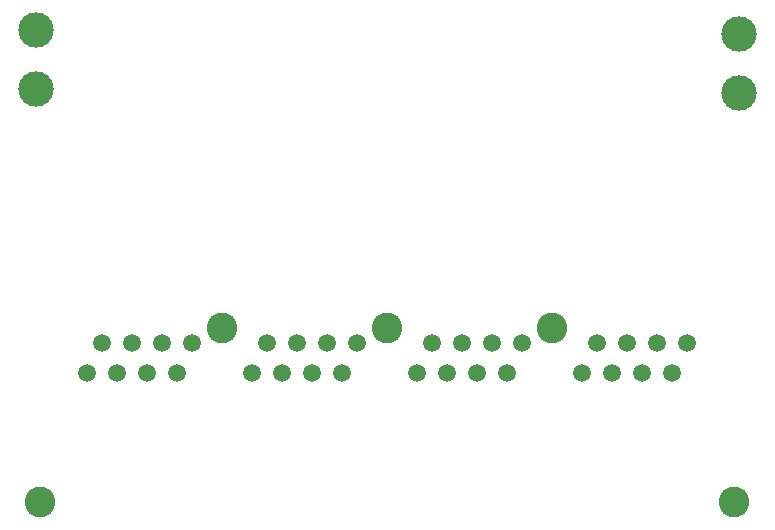
<source format=gbr>
%TF.GenerationSoftware,KiCad,Pcbnew,(6.0.9)*%
%TF.CreationDate,2023-11-05T17:37:45+05:30*%
%TF.ProjectId,Modular-I2C-4PxRJ45-Relay-Driver,4d6f6475-6c61-4722-9d49-32432d345078,2*%
%TF.SameCoordinates,Original*%
%TF.FileFunction,Paste,Bot*%
%TF.FilePolarity,Positive*%
%FSLAX46Y46*%
G04 Gerber Fmt 4.6, Leading zero omitted, Abs format (unit mm)*
G04 Created by KiCad (PCBNEW (6.0.9)) date 2023-11-05 17:37:45*
%MOMM*%
%LPD*%
G01*
G04 APERTURE LIST*
%ADD10C,3.000000*%
%ADD11C,1.500000*%
%ADD12C,2.600000*%
G04 APERTURE END LIST*
D10*
%TO.C,J4*%
X159367900Y-62966200D03*
X159367900Y-57968200D03*
%TD*%
%TO.C,J3*%
X99894900Y-57630400D03*
X99894900Y-62628400D03*
%TD*%
D11*
%TO.C,RJ45-1*%
X104206000Y-86692500D03*
X105476000Y-84152500D03*
X106746000Y-86692500D03*
X108016000Y-84152500D03*
X109286000Y-86692500D03*
X110556000Y-84152500D03*
X111826000Y-86692500D03*
X113096000Y-84152500D03*
X118176000Y-86692500D03*
X119446000Y-84152500D03*
X120716000Y-86692500D03*
X121986000Y-84152500D03*
X123256000Y-86692500D03*
X124526000Y-84152500D03*
X125796000Y-86692500D03*
X127066000Y-84152500D03*
X132146000Y-86692500D03*
X133416000Y-84152500D03*
X134686000Y-86692500D03*
X135956000Y-84152500D03*
X137226000Y-86692500D03*
X138496000Y-84152500D03*
X139766000Y-86692500D03*
X141036000Y-84152500D03*
X146116000Y-86692500D03*
X147386000Y-84152500D03*
X148656000Y-86692500D03*
X149926000Y-84152500D03*
X151196000Y-86692500D03*
X152466000Y-84152500D03*
X153736000Y-86692500D03*
X155006000Y-84152500D03*
D12*
X143576000Y-82882500D03*
X159006000Y-97612500D03*
X100206000Y-97612500D03*
X129606000Y-82882500D03*
X115636000Y-82882500D03*
%TD*%
M02*

</source>
